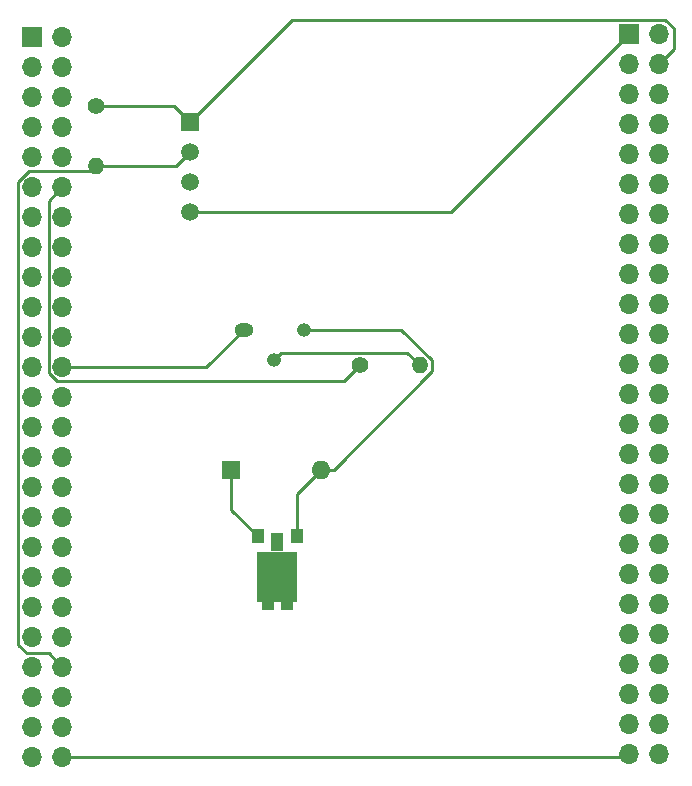
<source format=gbr>
%TF.GenerationSoftware,KiCad,Pcbnew,(7.0.0)*%
%TF.CreationDate,2023-06-01T08:48:15-06:00*%
%TF.ProjectId,phase_D_finalproject,70686173-655f-4445-9f66-696e616c7072,rev?*%
%TF.SameCoordinates,Original*%
%TF.FileFunction,Copper,L1,Top*%
%TF.FilePolarity,Positive*%
%FSLAX46Y46*%
G04 Gerber Fmt 4.6, Leading zero omitted, Abs format (unit mm)*
G04 Created by KiCad (PCBNEW (7.0.0)) date 2023-06-01 08:48:15*
%MOMM*%
%LPD*%
G01*
G04 APERTURE LIST*
%TA.AperFunction,ComponentPad*%
%ADD10R,1.600000X1.600000*%
%TD*%
%TA.AperFunction,ComponentPad*%
%ADD11O,1.600000X1.600000*%
%TD*%
%TA.AperFunction,SMDPad,CuDef*%
%ADD12R,1.100000X1.300000*%
%TD*%
%TA.AperFunction,SMDPad,CuDef*%
%ADD13R,1.000000X0.650000*%
%TD*%
%TA.AperFunction,SMDPad,CuDef*%
%ADD14R,1.000000X1.500000*%
%TD*%
%TA.AperFunction,SMDPad,CuDef*%
%ADD15R,3.400000X4.300000*%
%TD*%
%TA.AperFunction,ComponentPad*%
%ADD16C,1.400000*%
%TD*%
%TA.AperFunction,ComponentPad*%
%ADD17O,1.400000X1.400000*%
%TD*%
%TA.AperFunction,ComponentPad*%
%ADD18R,1.500000X1.500000*%
%TD*%
%TA.AperFunction,ComponentPad*%
%ADD19C,1.500000*%
%TD*%
%TA.AperFunction,ComponentPad*%
%ADD20O,1.600000X1.200000*%
%TD*%
%TA.AperFunction,ComponentPad*%
%ADD21O,1.200000X1.200000*%
%TD*%
%TA.AperFunction,ComponentPad*%
%ADD22R,1.700000X1.700000*%
%TD*%
%TA.AperFunction,ComponentPad*%
%ADD23O,1.700000X1.700000*%
%TD*%
%TA.AperFunction,Conductor*%
%ADD24C,0.250000*%
%TD*%
G04 APERTURE END LIST*
D10*
%TO.P,D1,1,K*%
%TO.N,+BATT*%
X148264999Y-94224999D03*
D11*
%TO.P,D1,2,A*%
%TO.N,Net-(D1-A)*%
X155884999Y-94224999D03*
%TD*%
D12*
%TO.P,M1,1,+*%
%TO.N,+BATT*%
X150539999Y-99874999D03*
%TO.P,M1,2,-*%
%TO.N,Net-(D1-A)*%
X153839999Y-99874999D03*
D13*
%TO.P,M1,SH*%
%TO.N,N/C*%
X151389999Y-105749999D03*
D14*
X152189999Y-100374999D03*
D15*
X152189999Y-103274999D03*
D13*
X152989999Y-105749999D03*
%TD*%
D16*
%TO.P,R1,1*%
%TO.N,+5V*%
X136825000Y-63400000D03*
D17*
%TO.P,R1,2*%
%TO.N,Temperature Sensor*%
X136824999Y-68479999D03*
%TD*%
D18*
%TO.P,U1,1,VCC*%
%TO.N,+5V*%
X144797499Y-64762499D03*
D19*
%TO.P,U1,2,IO*%
%TO.N,Temperature Sensor*%
X144797500Y-67302500D03*
%TO.P,U1,3,NC*%
%TO.N,unconnected-(U1-NC-Pad3)*%
X144797500Y-69842500D03*
%TO.P,U1,4,GND*%
%TO.N,GND*%
X144797500Y-72382500D03*
%TD*%
D16*
%TO.P,R2,1*%
%TO.N,Motor*%
X159215000Y-85400000D03*
D17*
%TO.P,R2,2*%
%TO.N,Net-(Q1-B)*%
X164294999Y-85399999D03*
%TD*%
D20*
%TO.P,Q1,1,E*%
%TO.N,GND*%
X149374999Y-82374999D03*
D21*
%TO.P,Q1,2,B*%
%TO.N,Net-(Q1-B)*%
X151914999Y-84914999D03*
%TO.P,Q1,3,C*%
%TO.N,Net-(D1-A)*%
X154454999Y-82374999D03*
%TD*%
D22*
%TO.P,J1,1,Pin_1*%
%TO.N,GND*%
X131474999Y-57609999D03*
D23*
%TO.P,J1,2,Pin_2*%
X134014999Y-57609999D03*
%TO.P,J1,3,Pin_3*%
%TO.N,unconnected-(J1-Pin_3-Pad3)*%
X131474999Y-60149999D03*
%TO.P,J1,4,Pin_4*%
%TO.N,unconnected-(J1-Pin_4-Pad4)*%
X134014999Y-60149999D03*
%TO.P,J1,5,Pin_5*%
%TO.N,unconnected-(J1-Pin_5-Pad5)*%
X131474999Y-62689999D03*
%TO.P,J1,6,Pin_6*%
%TO.N,unconnected-(J1-Pin_6-Pad6)*%
X134014999Y-62689999D03*
%TO.P,J1,7,Pin_7*%
%TO.N,unconnected-(J1-Pin_7-Pad7)*%
X131474999Y-65229999D03*
%TO.P,J1,8,Pin_8*%
%TO.N,unconnected-(J1-Pin_8-Pad8)*%
X134014999Y-65229999D03*
%TO.P,J1,9,Pin_9*%
%TO.N,unconnected-(J1-Pin_9-Pad9)*%
X131474999Y-67769999D03*
%TO.P,J1,10,Pin_10*%
%TO.N,unconnected-(J1-Pin_10-Pad10)*%
X134014999Y-67769999D03*
%TO.P,J1,11,Pin_11*%
%TO.N,unconnected-(J1-Pin_11-Pad11)*%
X131474999Y-70309999D03*
%TO.P,J1,12,Pin_12*%
%TO.N,Motor*%
X134014999Y-70309999D03*
%TO.P,J1,13,Pin_13*%
%TO.N,unconnected-(J1-Pin_13-Pad13)*%
X131474999Y-72849999D03*
%TO.P,J1,14,Pin_14*%
%TO.N,unconnected-(J1-Pin_14-Pad14)*%
X134014999Y-72849999D03*
%TO.P,J1,15,Pin_15*%
%TO.N,unconnected-(J1-Pin_15-Pad15)*%
X131474999Y-75389999D03*
%TO.P,J1,16,Pin_16*%
%TO.N,unconnected-(J1-Pin_16-Pad16)*%
X134014999Y-75389999D03*
%TO.P,J1,17,Pin_17*%
%TO.N,unconnected-(J1-Pin_17-Pad17)*%
X131474999Y-77929999D03*
%TO.P,J1,18,Pin_18*%
%TO.N,unconnected-(J1-Pin_18-Pad18)*%
X134014999Y-77929999D03*
%TO.P,J1,19,Pin_19*%
%TO.N,unconnected-(J1-Pin_19-Pad19)*%
X131474999Y-80469999D03*
%TO.P,J1,20,Pin_20*%
%TO.N,unconnected-(J1-Pin_20-Pad20)*%
X134014999Y-80469999D03*
%TO.P,J1,21,Pin_21*%
%TO.N,unconnected-(J1-Pin_21-Pad21)*%
X131474999Y-83009999D03*
%TO.P,J1,22,Pin_22*%
%TO.N,unconnected-(J1-Pin_22-Pad22)*%
X134014999Y-83009999D03*
%TO.P,J1,23,Pin_23*%
%TO.N,unconnected-(J1-Pin_23-Pad23)*%
X131474999Y-85549999D03*
%TO.P,J1,24,Pin_24*%
%TO.N,GND*%
X134014999Y-85549999D03*
%TO.P,J1,25,Pin_25*%
%TO.N,unconnected-(J1-Pin_25-Pad25)*%
X131474999Y-88089999D03*
%TO.P,J1,26,Pin_26*%
%TO.N,unconnected-(J1-Pin_26-Pad26)*%
X134014999Y-88089999D03*
%TO.P,J1,27,Pin_27*%
%TO.N,unconnected-(J1-Pin_27-Pad27)*%
X131474999Y-90629999D03*
%TO.P,J1,28,Pin_28*%
%TO.N,unconnected-(J1-Pin_28-Pad28)*%
X134014999Y-90629999D03*
%TO.P,J1,29,Pin_29*%
%TO.N,unconnected-(J1-Pin_29-Pad29)*%
X131474999Y-93169999D03*
%TO.P,J1,30,Pin_30*%
%TO.N,unconnected-(J1-Pin_30-Pad30)*%
X134014999Y-93169999D03*
%TO.P,J1,31,Pin_31*%
%TO.N,unconnected-(J1-Pin_31-Pad31)*%
X131474999Y-95709999D03*
%TO.P,J1,32,Pin_32*%
%TO.N,unconnected-(J1-Pin_32-Pad32)*%
X134014999Y-95709999D03*
%TO.P,J1,33,Pin_33*%
%TO.N,unconnected-(J1-Pin_33-Pad33)*%
X131474999Y-98249999D03*
%TO.P,J1,34,Pin_34*%
%TO.N,unconnected-(J1-Pin_34-Pad34)*%
X134014999Y-98249999D03*
%TO.P,J1,35,Pin_35*%
%TO.N,unconnected-(J1-Pin_35-Pad35)*%
X131474999Y-100789999D03*
%TO.P,J1,36,Pin_36*%
%TO.N,unconnected-(J1-Pin_36-Pad36)*%
X134014999Y-100789999D03*
%TO.P,J1,37,Pin_37*%
%TO.N,unconnected-(J1-Pin_37-Pad37)*%
X131474999Y-103329999D03*
%TO.P,J1,38,Pin_38*%
%TO.N,unconnected-(J1-Pin_38-Pad38)*%
X134014999Y-103329999D03*
%TO.P,J1,39,Pin_39*%
%TO.N,unconnected-(J1-Pin_39-Pad39)*%
X131474999Y-105869999D03*
%TO.P,J1,40,Pin_40*%
%TO.N,unconnected-(J1-Pin_40-Pad40)*%
X134014999Y-105869999D03*
%TO.P,J1,41,Pin_41*%
%TO.N,unconnected-(J1-Pin_41-Pad41)*%
X131474999Y-108409999D03*
%TO.P,J1,42,Pin_42*%
%TO.N,unconnected-(J1-Pin_42-Pad42)*%
X134014999Y-108409999D03*
%TO.P,J1,43,Pin_43*%
%TO.N,unconnected-(J1-Pin_43-Pad43)*%
X131474999Y-110949999D03*
%TO.P,J1,44,Pin_44*%
%TO.N,Temperature Sensor*%
X134014999Y-110949999D03*
%TO.P,J1,45,Pin_45*%
%TO.N,unconnected-(J1-Pin_45-Pad45)*%
X131474999Y-113489999D03*
%TO.P,J1,46,Pin_46*%
%TO.N,unconnected-(J1-Pin_46-Pad46)*%
X134014999Y-113489999D03*
%TO.P,J1,47,Pin_47*%
%TO.N,unconnected-(J1-Pin_47-Pad47)*%
X131474999Y-116029999D03*
%TO.P,J1,48,Pin_48*%
%TO.N,unconnected-(J1-Pin_48-Pad48)*%
X134014999Y-116029999D03*
%TO.P,J1,49,Pin_49*%
%TO.N,GND*%
X131474999Y-118569999D03*
%TO.P,J1,50,Pin_50*%
X134014999Y-118569999D03*
%TD*%
D22*
%TO.P,J2,1,Pin_1*%
%TO.N,GND*%
X182024999Y-57309999D03*
D23*
%TO.P,J2,2,Pin_2*%
X184564999Y-57309999D03*
%TO.P,J2,3,Pin_3*%
%TO.N,+5V*%
X182024999Y-59849999D03*
%TO.P,J2,4,Pin_4*%
X184564999Y-59849999D03*
%TO.P,J2,5,Pin_5*%
%TO.N,unconnected-(J2-Pin_5-Pad5)*%
X182024999Y-62389999D03*
%TO.P,J2,6,Pin_6*%
%TO.N,unconnected-(J2-Pin_6-Pad6)*%
X184564999Y-62389999D03*
%TO.P,J2,7,Pin_7*%
%TO.N,unconnected-(J2-Pin_7-Pad7)*%
X182024999Y-64929999D03*
%TO.P,J2,8,Pin_8*%
%TO.N,unconnected-(J2-Pin_8-Pad8)*%
X184564999Y-64929999D03*
%TO.P,J2,9,Pin_9*%
%TO.N,unconnected-(J2-Pin_9-Pad9)*%
X182024999Y-67469999D03*
%TO.P,J2,10,Pin_10*%
%TO.N,unconnected-(J2-Pin_10-Pad10)*%
X184564999Y-67469999D03*
%TO.P,J2,11,Pin_11*%
%TO.N,unconnected-(J2-Pin_11-Pad11)*%
X182024999Y-70009999D03*
%TO.P,J2,12,Pin_12*%
%TO.N,unconnected-(J2-Pin_12-Pad12)*%
X184564999Y-70009999D03*
%TO.P,J2,13,Pin_13*%
%TO.N,unconnected-(J2-Pin_13-Pad13)*%
X182024999Y-72549999D03*
%TO.P,J2,14,Pin_14*%
%TO.N,unconnected-(J2-Pin_14-Pad14)*%
X184564999Y-72549999D03*
%TO.P,J2,15,Pin_15*%
%TO.N,unconnected-(J2-Pin_15-Pad15)*%
X182024999Y-75089999D03*
%TO.P,J2,16,Pin_16*%
%TO.N,unconnected-(J2-Pin_16-Pad16)*%
X184564999Y-75089999D03*
%TO.P,J2,17,Pin_17*%
%TO.N,unconnected-(J2-Pin_17-Pad17)*%
X182024999Y-77629999D03*
%TO.P,J2,18,Pin_18*%
%TO.N,unconnected-(J2-Pin_18-Pad18)*%
X184564999Y-77629999D03*
%TO.P,J2,19,Pin_19*%
%TO.N,unconnected-(J2-Pin_19-Pad19)*%
X182024999Y-80169999D03*
%TO.P,J2,20,Pin_20*%
%TO.N,unconnected-(J2-Pin_20-Pad20)*%
X184564999Y-80169999D03*
%TO.P,J2,21,Pin_21*%
%TO.N,unconnected-(J2-Pin_21-Pad21)*%
X182024999Y-82709999D03*
%TO.P,J2,22,Pin_22*%
%TO.N,unconnected-(J2-Pin_22-Pad22)*%
X184564999Y-82709999D03*
%TO.P,J2,23,Pin_23*%
%TO.N,unconnected-(J2-Pin_23-Pad23)*%
X182024999Y-85249999D03*
%TO.P,J2,24,Pin_24*%
%TO.N,unconnected-(J2-Pin_24-Pad24)*%
X184564999Y-85249999D03*
%TO.P,J2,25,Pin_25*%
%TO.N,unconnected-(J2-Pin_25-Pad25)*%
X182024999Y-87789999D03*
%TO.P,J2,26,Pin_26*%
%TO.N,unconnected-(J2-Pin_26-Pad26)*%
X184564999Y-87789999D03*
%TO.P,J2,27,Pin_27*%
%TO.N,unconnected-(J2-Pin_27-Pad27)*%
X182024999Y-90329999D03*
%TO.P,J2,28,Pin_28*%
%TO.N,unconnected-(J2-Pin_28-Pad28)*%
X184564999Y-90329999D03*
%TO.P,J2,29,Pin_29*%
%TO.N,unconnected-(J2-Pin_29-Pad29)*%
X182024999Y-92869999D03*
%TO.P,J2,30,Pin_30*%
%TO.N,unconnected-(J2-Pin_30-Pad30)*%
X184564999Y-92869999D03*
%TO.P,J2,31,Pin_31*%
%TO.N,unconnected-(J2-Pin_31-Pad31)*%
X182024999Y-95409999D03*
%TO.P,J2,32,Pin_32*%
%TO.N,unconnected-(J2-Pin_32-Pad32)*%
X184564999Y-95409999D03*
%TO.P,J2,33,Pin_33*%
%TO.N,unconnected-(J2-Pin_33-Pad33)*%
X182024999Y-97949999D03*
%TO.P,J2,34,Pin_34*%
%TO.N,unconnected-(J2-Pin_34-Pad34)*%
X184564999Y-97949999D03*
%TO.P,J2,35,Pin_35*%
%TO.N,unconnected-(J2-Pin_35-Pad35)*%
X182024999Y-100489999D03*
%TO.P,J2,36,Pin_36*%
%TO.N,unconnected-(J2-Pin_36-Pad36)*%
X184564999Y-100489999D03*
%TO.P,J2,37,Pin_37*%
%TO.N,unconnected-(J2-Pin_37-Pad37)*%
X182024999Y-103029999D03*
%TO.P,J2,38,Pin_38*%
%TO.N,unconnected-(J2-Pin_38-Pad38)*%
X184564999Y-103029999D03*
%TO.P,J2,39,Pin_39*%
%TO.N,unconnected-(J2-Pin_39-Pad39)*%
X182024999Y-105569999D03*
%TO.P,J2,40,Pin_40*%
%TO.N,unconnected-(J2-Pin_40-Pad40)*%
X184564999Y-105569999D03*
%TO.P,J2,41,Pin_41*%
%TO.N,unconnected-(J2-Pin_41-Pad41)*%
X182024999Y-108109999D03*
%TO.P,J2,42,Pin_42*%
%TO.N,unconnected-(J2-Pin_42-Pad42)*%
X184564999Y-108109999D03*
%TO.P,J2,43,Pin_43*%
%TO.N,unconnected-(J2-Pin_43-Pad43)*%
X182024999Y-110649999D03*
%TO.P,J2,44,Pin_44*%
%TO.N,unconnected-(J2-Pin_44-Pad44)*%
X184564999Y-110649999D03*
%TO.P,J2,45,Pin_45*%
%TO.N,unconnected-(J2-Pin_45-Pad45)*%
X182024999Y-113189999D03*
%TO.P,J2,46,Pin_46*%
%TO.N,unconnected-(J2-Pin_46-Pad46)*%
X184564999Y-113189999D03*
%TO.P,J2,47,Pin_47*%
%TO.N,unconnected-(J2-Pin_47-Pad47)*%
X182024999Y-115729999D03*
%TO.P,J2,48,Pin_48*%
%TO.N,unconnected-(J2-Pin_48-Pad48)*%
X184564999Y-115729999D03*
%TO.P,J2,49,Pin_49*%
%TO.N,GND*%
X182024999Y-118269999D03*
%TO.P,J2,50,Pin_50*%
X184564999Y-118269999D03*
%TD*%
D24*
%TO.N,+BATT*%
X148265000Y-97600000D02*
X150540000Y-99875000D01*
X148265000Y-94225000D02*
X148265000Y-97600000D01*
%TO.N,Net-(D1-A)*%
X153840000Y-96270000D02*
X155885000Y-94225000D01*
X153840000Y-99875000D02*
X153840000Y-96270000D01*
X154455000Y-82375000D02*
X162719569Y-82375000D01*
X165320000Y-84975431D02*
X165320000Y-85905000D01*
X157000000Y-94225000D02*
X155885000Y-94225000D01*
X162719569Y-82375000D02*
X165320000Y-84975431D01*
X165320000Y-85905000D02*
X157000000Y-94225000D01*
%TO.N,GND*%
X166952500Y-72382500D02*
X182025000Y-57310000D01*
X134015000Y-85550000D02*
X146200000Y-85550000D01*
X146200000Y-85550000D02*
X149375000Y-82375000D01*
X181725000Y-118570000D02*
X182025000Y-118270000D01*
X134015000Y-118570000D02*
X181725000Y-118570000D01*
X144797500Y-72382500D02*
X166952500Y-72382500D01*
%TO.N,Motor*%
X157890000Y-86725000D02*
X133528299Y-86725000D01*
X133528299Y-86725000D02*
X132840000Y-86036701D01*
X132840000Y-86036701D02*
X132840000Y-71485000D01*
X159215000Y-85400000D02*
X157890000Y-86725000D01*
X132840000Y-71485000D02*
X134015000Y-70310000D01*
%TO.N,Temperature Sensor*%
X136825000Y-68480000D02*
X143620000Y-68480000D01*
X131178299Y-68945000D02*
X130250000Y-69873299D01*
X130250000Y-109036701D02*
X130988299Y-109775000D01*
X130250000Y-69873299D02*
X130250000Y-109036701D01*
X136825000Y-68480000D02*
X136360000Y-68945000D01*
X130988299Y-109775000D02*
X132840000Y-109775000D01*
X136360000Y-68945000D02*
X131178299Y-68945000D01*
X132840000Y-109775000D02*
X134015000Y-110950000D01*
X143620000Y-68480000D02*
X144797500Y-67302500D01*
%TO.N,+5V*%
X144797500Y-64762500D02*
X153425000Y-56135000D01*
X153425000Y-56135000D02*
X185051701Y-56135000D01*
X185051701Y-56135000D02*
X185775000Y-56858299D01*
X136825000Y-63400000D02*
X143435000Y-63400000D01*
X185775000Y-56858299D02*
X185775000Y-58640000D01*
X185775000Y-58640000D02*
X184565000Y-59850000D01*
X143435000Y-63400000D02*
X144797500Y-64762500D01*
%TO.N,Net-(Q1-B)*%
X163210000Y-84315000D02*
X164295000Y-85400000D01*
X151915000Y-84915000D02*
X152515000Y-84315000D01*
X152515000Y-84315000D02*
X163210000Y-84315000D01*
%TD*%
M02*

</source>
